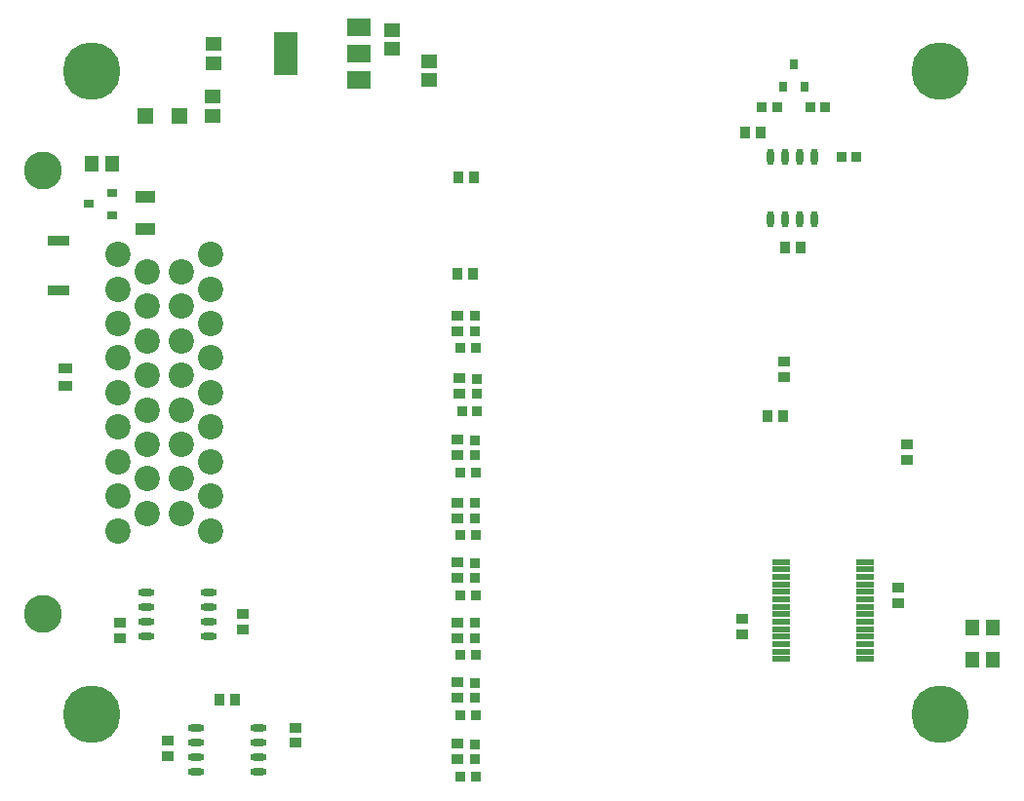
<source format=gbr>
%TF.GenerationSoftware,Altium Limited,Altium Designer,19.0.10 (269)*%
G04 Layer_Color=255*
%FSLAX26Y26*%
%MOIN*%
%TF.FileFunction,Pads,Bot*%
%TF.Part,Single*%
G01*
G75*
%TA.AperFunction,SMDPad,CuDef*%
%ADD10R,0.035433X0.039370*%
%ADD15R,0.039370X0.035433*%
%ADD16R,0.037402X0.033465*%
%ADD20R,0.053150X0.045276*%
%ADD26R,0.033465X0.037402*%
%TA.AperFunction,ViaPad*%
%ADD31C,0.196850*%
%TA.AperFunction,ComponentPad*%
%ADD32C,0.086614*%
%ADD33C,0.129921*%
%TA.AperFunction,SMDPad,CuDef*%
%ADD36R,0.045276X0.053150*%
%ADD37R,0.031496X0.035433*%
%ADD38R,0.078740X0.149606*%
%ADD39R,0.078740X0.059055*%
%ADD40R,0.053150X0.057087*%
%ADD41O,0.057087X0.023622*%
%ADD42O,0.023622X0.057087*%
%ADD43R,0.064961X0.019291*%
%ADD44R,0.055118X0.051181*%
%ADD45R,0.049213X0.037402*%
%ADD46R,0.074803X0.035433*%
%ADD47R,0.035433X0.031496*%
%ADD48R,0.070866X0.039370*%
D10*
X2722644Y1895000D02*
D03*
X2669494D02*
D03*
X2533507Y2290163D02*
D03*
X2586657D02*
D03*
X1604934Y2134948D02*
D03*
X1551784D02*
D03*
X1602464Y1806389D02*
D03*
X1549315D02*
D03*
X735807Y347914D02*
D03*
X788957D02*
D03*
X2610439Y1318583D02*
D03*
X2663589D02*
D03*
D15*
X2521143Y571654D02*
D03*
Y624803D02*
D03*
X3085000Y1221713D02*
D03*
Y1168563D02*
D03*
X816956Y641500D02*
D03*
Y588350D02*
D03*
X560000Y157792D02*
D03*
Y210941D02*
D03*
X996357Y201339D02*
D03*
Y254489D02*
D03*
X396026Y559882D02*
D03*
Y613032D02*
D03*
X2666542Y1453425D02*
D03*
Y1506575D02*
D03*
X3055000Y731378D02*
D03*
Y678228D02*
D03*
X1550000Y145000D02*
D03*
Y198150D02*
D03*
Y408150D02*
D03*
Y355000D02*
D03*
Y1023150D02*
D03*
Y970000D02*
D03*
Y1238150D02*
D03*
Y1185000D02*
D03*
Y818150D02*
D03*
Y765000D02*
D03*
Y613150D02*
D03*
Y560000D02*
D03*
X1555000Y1448150D02*
D03*
Y1395000D02*
D03*
X1550000Y1663150D02*
D03*
Y1610000D02*
D03*
D16*
X1609528Y145981D02*
D03*
Y197162D02*
D03*
Y407162D02*
D03*
Y355981D02*
D03*
Y1022162D02*
D03*
Y970981D02*
D03*
Y1237162D02*
D03*
Y1185981D02*
D03*
Y817162D02*
D03*
Y765981D02*
D03*
Y612162D02*
D03*
Y560981D02*
D03*
X1614528Y1447162D02*
D03*
Y1395981D02*
D03*
X1609528Y1662162D02*
D03*
Y1610981D02*
D03*
D20*
X712892Y2414449D02*
D03*
Y2345551D02*
D03*
X715000Y2525551D02*
D03*
Y2594449D02*
D03*
D26*
X2641617Y2375636D02*
D03*
X2755436D02*
D03*
X2590436D02*
D03*
X2806617D02*
D03*
X2861424Y2205000D02*
D03*
X2912605D02*
D03*
X1559923Y86847D02*
D03*
X1611104D02*
D03*
X1559923Y296847D02*
D03*
X1611104D02*
D03*
X1559923Y911847D02*
D03*
X1611104D02*
D03*
X1559923Y1126847D02*
D03*
X1611104D02*
D03*
X1559923Y706847D02*
D03*
X1611104D02*
D03*
X1559923Y501847D02*
D03*
X1611104D02*
D03*
X1564923Y1336847D02*
D03*
X1616104D02*
D03*
X1559923Y1551847D02*
D03*
X1611104D02*
D03*
D31*
X300000Y300000D02*
D03*
Y2500000D02*
D03*
X3200000Y300000D02*
D03*
Y2500000D02*
D03*
D32*
X488425Y1695276D02*
D03*
Y1813386D02*
D03*
Y986614D02*
D03*
X606535D02*
D03*
X390000Y1872441D02*
D03*
Y1754331D02*
D03*
Y1636220D02*
D03*
Y1518110D02*
D03*
Y1400000D02*
D03*
Y1281890D02*
D03*
Y1163780D02*
D03*
Y1045669D02*
D03*
Y927559D02*
D03*
X488425Y1577165D02*
D03*
Y1459055D02*
D03*
Y1340945D02*
D03*
Y1222835D02*
D03*
Y1104724D02*
D03*
X606535Y1813386D02*
D03*
Y1695276D02*
D03*
Y1577165D02*
D03*
Y1459055D02*
D03*
Y1340945D02*
D03*
Y1222835D02*
D03*
Y1104724D02*
D03*
X704961Y1872441D02*
D03*
Y1754331D02*
D03*
Y1636220D02*
D03*
Y1518110D02*
D03*
Y1400000D02*
D03*
Y1281890D02*
D03*
Y1163780D02*
D03*
Y1045669D02*
D03*
Y927559D02*
D03*
D33*
X134095Y642126D02*
D03*
Y2157874D02*
D03*
D36*
X3379449Y486257D02*
D03*
X3310551D02*
D03*
X3379449Y595000D02*
D03*
X3310551D02*
D03*
X300551Y2183780D02*
D03*
X369449D02*
D03*
D37*
X2700000Y2524370D02*
D03*
X2737402Y2445630D02*
D03*
X2662599D02*
D03*
D38*
X963760Y2558661D02*
D03*
D39*
X1211791Y2468110D02*
D03*
Y2558661D02*
D03*
Y2649212D02*
D03*
D40*
X598071Y2345000D02*
D03*
X481929D02*
D03*
D41*
X700276Y716575D02*
D03*
Y666575D02*
D03*
Y616575D02*
D03*
Y566575D02*
D03*
X485709Y716575D02*
D03*
Y666575D02*
D03*
Y616575D02*
D03*
Y566575D02*
D03*
X655098Y101339D02*
D03*
Y151339D02*
D03*
Y201339D02*
D03*
Y251339D02*
D03*
X869665Y101339D02*
D03*
Y151339D02*
D03*
Y201339D02*
D03*
Y251339D02*
D03*
D42*
X2670000Y2207283D02*
D03*
X2720000D02*
D03*
X2770000Y1992716D02*
D03*
X2720000D02*
D03*
X2670000D02*
D03*
X2620000D02*
D03*
X2770000Y2207283D02*
D03*
X2620000D02*
D03*
D43*
X2942854Y820591D02*
D03*
Y795000D02*
D03*
Y769409D02*
D03*
Y743819D02*
D03*
Y718228D02*
D03*
Y692638D02*
D03*
Y667047D02*
D03*
Y641457D02*
D03*
Y615866D02*
D03*
Y590276D02*
D03*
Y564685D02*
D03*
Y539095D02*
D03*
Y513504D02*
D03*
Y487913D02*
D03*
X2657421Y820591D02*
D03*
Y795000D02*
D03*
Y769409D02*
D03*
Y743819D02*
D03*
Y718228D02*
D03*
Y692638D02*
D03*
Y667047D02*
D03*
Y641457D02*
D03*
Y615866D02*
D03*
Y590276D02*
D03*
Y564685D02*
D03*
Y539095D02*
D03*
Y513504D02*
D03*
Y487913D02*
D03*
D44*
X1326815Y2577165D02*
D03*
Y2640157D02*
D03*
X1453015Y2470827D02*
D03*
Y2533819D02*
D03*
D45*
X210000Y1483222D02*
D03*
Y1422199D02*
D03*
D46*
X185000Y1749370D02*
D03*
Y1920630D02*
D03*
D47*
X369370Y2007599D02*
D03*
Y2082402D02*
D03*
X290630Y2045000D02*
D03*
D48*
X483307Y1960886D02*
D03*
Y2071122D02*
D03*
%TF.MD5,94f3859c7c5264ab93bad7975279c928*%
M02*

</source>
